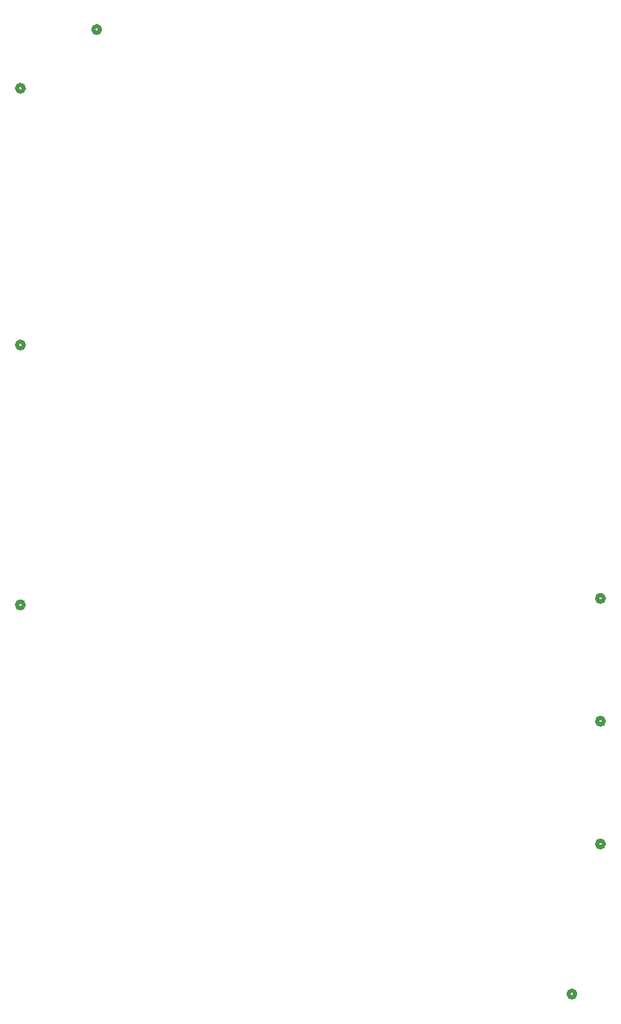
<source format=gbr>
%TF.GenerationSoftware,KiCad,Pcbnew,(7.0.0)*%
%TF.CreationDate,2024-01-24T13:48:02-03:00*%
%TF.ProjectId,Ducha,44756368-612e-46b6-9963-61645f706362,rev?*%
%TF.SameCoordinates,Original*%
%TF.FileFunction,Legend,Bot*%
%TF.FilePolarity,Positive*%
%FSLAX46Y46*%
G04 Gerber Fmt 4.6, Leading zero omitted, Abs format (unit mm)*
G04 Created by KiCad (PCBNEW (7.0.0)) date 2024-01-24 13:48:02*
%MOMM*%
%LPD*%
G01*
G04 APERTURE LIST*
%ADD10C,0.508000*%
G04 APERTURE END LIST*
D10*
%TO.C,J10*%
X54991000Y-111937800D02*
G75*
G03*
X54991000Y-111937800I-381000J0D01*
G01*
%TO.C,J4*%
X121031000Y-111201200D02*
G75*
G03*
X121031000Y-111201200I-381000J0D01*
G01*
%TO.C,J5*%
X121031000Y-125171200D02*
G75*
G03*
X121031000Y-125171200I-381000J0D01*
G01*
%TO.C,J1*%
X63677800Y-46482000D02*
G75*
G03*
X63677800Y-46482000I-381000J0D01*
G01*
%TO.C,J7*%
X54991000Y-53162200D02*
G75*
G03*
X54991000Y-53162200I-381000J0D01*
G01*
%TO.C,J8*%
X121031000Y-139141200D02*
G75*
G03*
X121031000Y-139141200I-381000J0D01*
G01*
%TO.C,J6*%
X117779800Y-156210000D02*
G75*
G03*
X117779800Y-156210000I-381000J0D01*
G01*
%TO.C,J2*%
X54991000Y-82372200D02*
G75*
G03*
X54991000Y-82372200I-381000J0D01*
G01*
%TD*%
M02*

</source>
